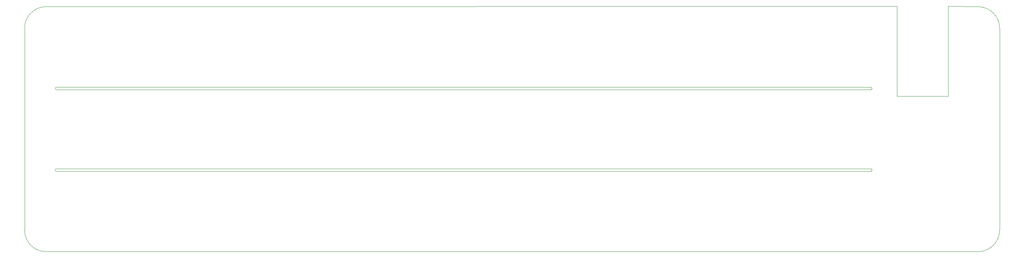
<source format=gbr>
%TF.GenerationSoftware,KiCad,Pcbnew,7.0.7*%
%TF.CreationDate,2023-09-01T12:35:24+10:00*%
%TF.ProjectId,qaz,71617a2e-6b69-4636-9164-5f7063625858,rev?*%
%TF.SameCoordinates,Original*%
%TF.FileFunction,Profile,NP*%
%FSLAX46Y46*%
G04 Gerber Fmt 4.6, Leading zero omitted, Abs format (unit mm)*
G04 Created by KiCad (PCBNEW 7.0.7) date 2023-09-01 12:35:24*
%MOMM*%
%LPD*%
G01*
G04 APERTURE LIST*
%TA.AperFunction,Profile*%
%ADD10C,0.100000*%
%TD*%
%TA.AperFunction,Profile*%
%ADD11C,0.120000*%
%TD*%
G04 APERTURE END LIST*
D10*
X215253668Y-44350893D02*
X25253188Y-44350893D01*
X22859375Y-25003125D02*
X221291604Y-24901473D01*
X25253188Y-62805627D02*
X215253668Y-62805627D01*
X215503721Y-44005579D02*
G75*
G03*
X215253668Y-43755579I-250021J-21D01*
G01*
X25253188Y-62805688D02*
G75*
G03*
X25003188Y-63055627I-88J-249912D01*
G01*
X17859375Y-77153125D02*
X17859375Y-30003125D01*
X240270192Y-82153392D02*
G75*
G03*
X245270192Y-77153335I-92J5000092D01*
G01*
X240270192Y-82153335D02*
X22859375Y-82153125D01*
X245270192Y-30003335D02*
X245270192Y-77153335D01*
X245270165Y-30003335D02*
G75*
G03*
X240270192Y-25003335I-4999965J35D01*
G01*
X25003188Y-44100893D02*
X25003188Y-44005579D01*
X215503668Y-63055627D02*
X215503668Y-63150941D01*
X240270192Y-25003335D02*
X233291604Y-24901473D01*
X25003188Y-63150941D02*
X25003188Y-63055627D01*
X215503673Y-63055627D02*
G75*
G03*
X215253668Y-62805627I-249973J27D01*
G01*
X215253668Y-63400868D02*
G75*
G03*
X215503668Y-63150941I32J249968D01*
G01*
X215253668Y-44350868D02*
G75*
G03*
X215503668Y-44100893I32J249968D01*
G01*
X215253668Y-63400941D02*
X25253188Y-63400941D01*
X22859375Y-25003125D02*
G75*
G03*
X17859375Y-30003125I-5J-4999995D01*
G01*
X25253188Y-43755579D02*
X215253668Y-43755579D01*
X17859375Y-77153125D02*
G75*
G03*
X22859375Y-82153125I4999995J-5D01*
G01*
X215503668Y-44005579D02*
X215503668Y-44100893D01*
X25003159Y-63150941D02*
G75*
G03*
X25253188Y-63400941I250041J41D01*
G01*
X25253188Y-43755588D02*
G75*
G03*
X25003188Y-44005579I12J-250012D01*
G01*
X25003207Y-44100893D02*
G75*
G03*
X25253188Y-44350893I249993J-7D01*
G01*
D11*
%TO.C,U1*%
X221291604Y-24901473D02*
X221291604Y-45901473D01*
X221291604Y-45901473D02*
X233291604Y-45901473D01*
X233291604Y-45901473D02*
X233291604Y-24901473D01*
%TD*%
M02*

</source>
